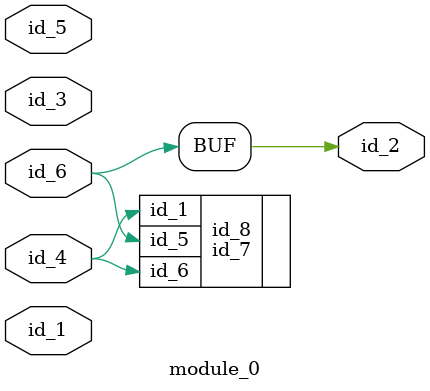
<source format=v>
`define pp_1 0
module module_0 (
    id_1,
    id_2,
    id_3,
    id_4,
    id_5,
    id_6
);
  input id_6;
  input id_5;
  input id_4;
  input id_3;
  output id_2;
  input id_1;
  assign id_2 = id_6;
  id_7 id_8 (
      .id_6(id_4),
      .id_5(id_2),
      .id_1(id_3),
      .id_1(id_4)
  );
  id_9 id_10 (
      .id_6(1'b0),
      .id_4(id_5),
      .id_1(id_3),
      .id_2(1)
  );
endmodule

</source>
